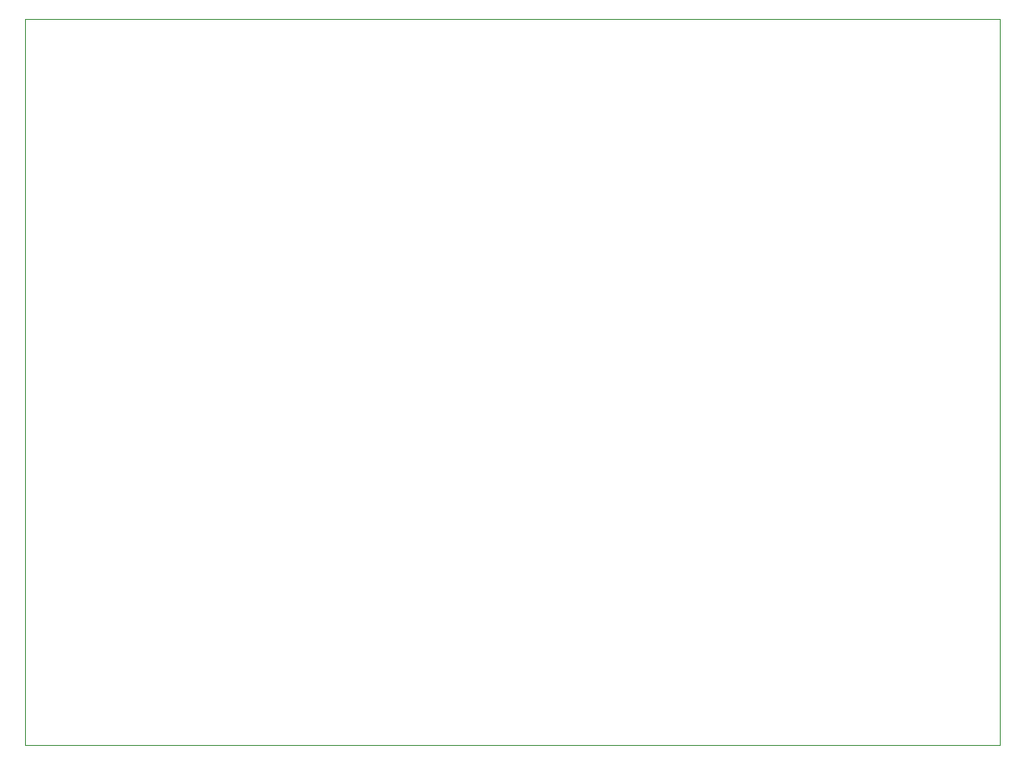
<source format=gbr>
%TF.GenerationSoftware,KiCad,Pcbnew,(5.1.9-0-10_14)*%
%TF.CreationDate,2021-04-27T01:12:58-04:00*%
%TF.ProjectId,REGISTER,52454749-5354-4455-922e-6b696361645f,rev?*%
%TF.SameCoordinates,Original*%
%TF.FileFunction,Profile,NP*%
%FSLAX46Y46*%
G04 Gerber Fmt 4.6, Leading zero omitted, Abs format (unit mm)*
G04 Created by KiCad (PCBNEW (5.1.9-0-10_14)) date 2021-04-27 01:12:58*
%MOMM*%
%LPD*%
G01*
G04 APERTURE LIST*
%TA.AperFunction,Profile*%
%ADD10C,0.100000*%
%TD*%
G04 APERTURE END LIST*
D10*
X67005200Y-79006700D02*
X70459600Y-79006700D01*
X67005200Y-150279100D02*
X67005200Y-79006700D01*
X162585400Y-150279100D02*
X67005200Y-150279100D01*
X162585400Y-79006700D02*
X162585400Y-150279100D01*
X70459600Y-79006700D02*
X162585400Y-79006700D01*
M02*

</source>
